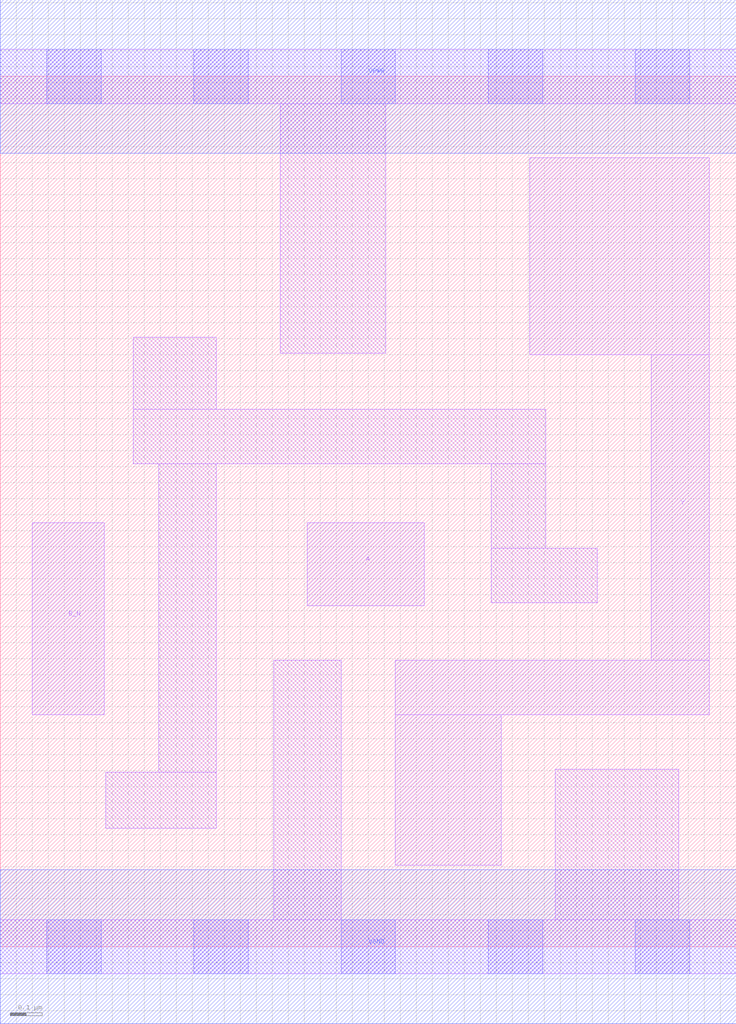
<source format=lef>
# Copyright 2020 The SkyWater PDK Authors
#
# Licensed under the Apache License, Version 2.0 (the "License");
# you may not use this file except in compliance with the License.
# You may obtain a copy of the License at
#
#     https://www.apache.org/licenses/LICENSE-2.0
#
# Unless required by applicable law or agreed to in writing, software
# distributed under the License is distributed on an "AS IS" BASIS,
# WITHOUT WARRANTIES OR CONDITIONS OF ANY KIND, either express or implied.
# See the License for the specific language governing permissions and
# limitations under the License.
#
# SPDX-License-Identifier: Apache-2.0

VERSION 5.7 ;
  NAMESCASESENSITIVE ON ;
  NOWIREEXTENSIONATPIN ON ;
  DIVIDERCHAR "/" ;
  BUSBITCHARS "[]" ;
UNITS
  DATABASE MICRONS 200 ;
END UNITS
MACRO sky130_fd_sc_hd__nor2b_1
  CLASS CORE ;
  FOREIGN sky130_fd_sc_hd__nor2b_1 ;
  ORIGIN  0.000000  0.000000 ;
  SIZE  2.300000 BY  2.720000 ;
  SYMMETRY X Y R90 ;
  SITE unithd ;
  PIN A
    ANTENNAGATEAREA  0.247500 ;
    DIRECTION INPUT ;
    USE SIGNAL ;
    PORT
      LAYER li1 ;
        RECT 0.960000 1.065000 1.325000 1.325000 ;
    END
  END A
  PIN B_N
    ANTENNAGATEAREA  0.126000 ;
    DIRECTION INPUT ;
    USE SIGNAL ;
    PORT
      LAYER li1 ;
        RECT 0.100000 0.725000 0.325000 1.325000 ;
    END
  END B_N
  PIN Y
    ANTENNADIFFAREA  0.435500 ;
    DIRECTION OUTPUT ;
    USE SIGNAL ;
    PORT
      LAYER li1 ;
        RECT 1.235000 0.255000 1.565000 0.725000 ;
        RECT 1.235000 0.725000 2.215000 0.895000 ;
        RECT 1.655000 1.850000 2.215000 2.465000 ;
        RECT 2.035000 0.895000 2.215000 1.850000 ;
    END
  END Y
  PIN VGND
    DIRECTION INOUT ;
    SHAPE ABUTMENT ;
    USE GROUND ;
    PORT
      LAYER met1 ;
        RECT 0.000000 -0.240000 2.300000 0.240000 ;
    END
  END VGND
  PIN VPWR
    DIRECTION INOUT ;
    SHAPE ABUTMENT ;
    USE POWER ;
    PORT
      LAYER met1 ;
        RECT 0.000000 2.480000 2.300000 2.960000 ;
    END
  END VPWR
  OBS
    LAYER li1 ;
      RECT 0.000000 -0.085000 2.300000 0.085000 ;
      RECT 0.000000  2.635000 2.300000 2.805000 ;
      RECT 0.330000  0.370000 0.675000 0.545000 ;
      RECT 0.415000  1.510000 1.705000 1.680000 ;
      RECT 0.415000  1.680000 0.675000 1.905000 ;
      RECT 0.495000  0.545000 0.675000 1.510000 ;
      RECT 0.855000  0.085000 1.065000 0.895000 ;
      RECT 0.875000  1.855000 1.205000 2.635000 ;
      RECT 1.535000  1.075000 1.865000 1.245000 ;
      RECT 1.535000  1.245000 1.705000 1.510000 ;
      RECT 1.735000  0.085000 2.120000 0.555000 ;
    LAYER mcon ;
      RECT 0.145000 -0.085000 0.315000 0.085000 ;
      RECT 0.145000  2.635000 0.315000 2.805000 ;
      RECT 0.605000 -0.085000 0.775000 0.085000 ;
      RECT 0.605000  2.635000 0.775000 2.805000 ;
      RECT 1.065000 -0.085000 1.235000 0.085000 ;
      RECT 1.065000  2.635000 1.235000 2.805000 ;
      RECT 1.525000 -0.085000 1.695000 0.085000 ;
      RECT 1.525000  2.635000 1.695000 2.805000 ;
      RECT 1.985000 -0.085000 2.155000 0.085000 ;
      RECT 1.985000  2.635000 2.155000 2.805000 ;
  END
END sky130_fd_sc_hd__nor2b_1
END LIBRARY

</source>
